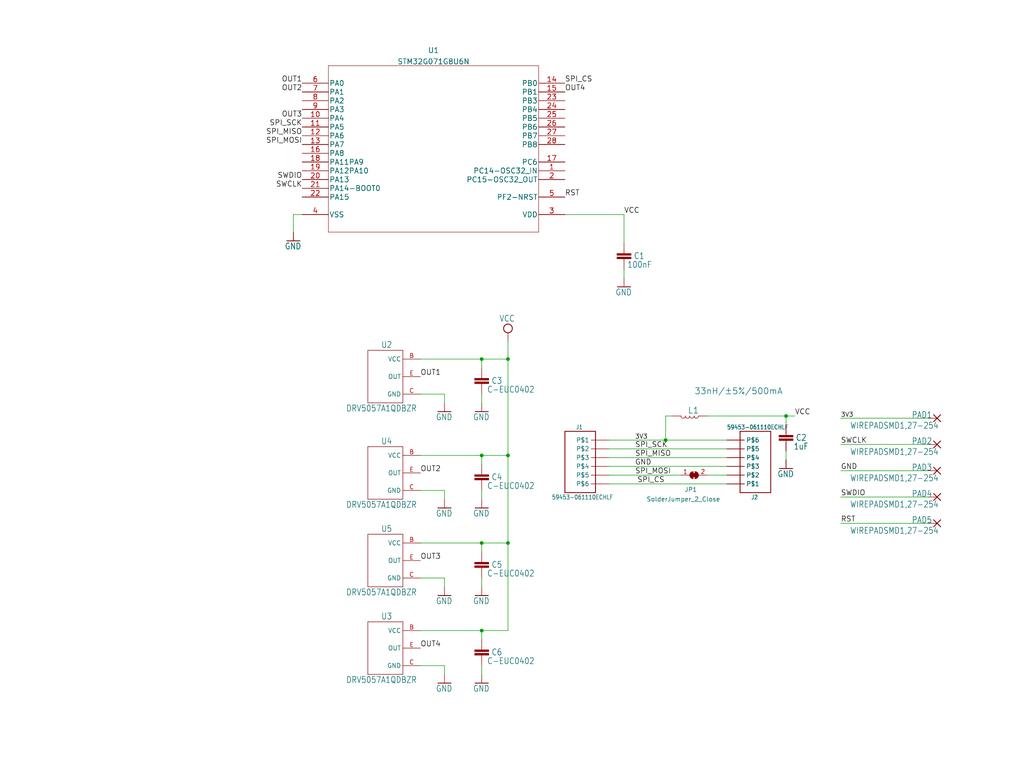
<source format=kicad_sch>
(kicad_sch (version 20210621) (generator eeschema)
  (paper "User" 297.002 222.504)
  (lib_symbols
    (symbol "Jumper:SolderJumper_2_Bridged" (pin_names (offset 0) hide)
      (property "Reference" "JP" (at 0 2.032 0))
      (property "Value" "SolderJumper_2_Bridged" (at 0 -2.54 0))
      (symbol "SolderJumper_2_Bridged_0_1"
        (rectangle (start -0.508 0.508) (end 0.508 -0.508) (fill (type outline)))
        (arc (start -0.254 1.016) (mid -1.27 0) (end -0.254 -1.016))
        (arc (start -0.254 1.016) (mid -1.27 0) (end -0.254 -1.016) (fill (type outline)))
        (polyline (pts (xy -0.254 1.016) (xy -0.254 -1.016)))
        (polyline (pts (xy 0.254 1.016) (xy 0.254 -1.016)))
        (arc (start 0.254 -1.016) (mid 1.27 0) (end 0.254 1.016))
        (arc (start 0.254 -1.016) (mid 1.27 0) (end 0.254 1.016) (fill (type outline)))
      )
      (symbol "SolderJumper_2_Bridged_1_1"
        (pin passive line (at -3.81 0 0) (length 2.54) (name "A") (number "1"))
        (pin passive line (at 3.81 0 180) (length 2.54) (name "B") (number "2"))
      )
    )
    (symbol "Magnetic Finger SMALL Ampherol 28pin-eagle-import:59453-061110ECHLF"
      (property "Value" "59453-061110ECHLF" (at 5.08 -15.24 0))
      (symbol "59453-061110ECHLF_1_0"
        (polyline (pts (xy 3.81 -12.7) (xy 12.7 -12.7)) (stroke (width 0.254)))
        (polyline (pts (xy 3.81 5.08) (xy 3.81 -12.7)) (stroke (width 0.254)))
        (polyline (pts (xy 12.7 -12.7) (xy 12.7 5.08)) (stroke (width 0.254)))
        (polyline (pts (xy 12.7 5.08) (xy 3.81 5.08)) (stroke (width 0.254)))
        (pin bidirectional line (at 0 2.54 0) (length 5.08) (name "P$1") (number "P$1"))
        (pin bidirectional line (at 0 0 0) (length 5.08) (name "P$2") (number "P$2"))
        (pin bidirectional line (at 0 -2.54 0) (length 5.08) (name "P$3") (number "P$3"))
        (pin bidirectional line (at 0 -5.08 0) (length 5.08) (name "P$4") (number "P$4"))
        (pin bidirectional line (at 0 -7.62 0) (length 5.08) (name "P$5") (number "P$5"))
        (pin bidirectional line (at 0 -10.16 0) (length 5.08) (name "P$6") (number "P$6"))
      )
    )
    (symbol "Magnetic Finger SMALL Ampherol 28pin-eagle-import:C-EUC0402"
      (property "Reference" "C" (at 1.524 0.381 0))
      (property "Value" "C-EUC0402" (at 1.524 -4.699 0))
      (symbol "C-EUC0402_1_0"
        (rectangle (start -2.032 -2.032) (end 2.032 -1.524) (fill (type outline)))
        (rectangle (start -2.032 -1.016) (end 2.032 -0.508) (fill (type outline)))
        (polyline (pts (xy 0 -2.54) (xy 0 -2.032)) (stroke (width 0.1524)))
        (polyline (pts (xy 0 0) (xy 0 -0.508)) (stroke (width 0.1524)))
        (pin passive line (at 0 2.54 270) (length 2.54) (name "1") (number "1"))
        (pin passive line (at 0 -5.08 90) (length 2.54) (name "2") (number "2"))
      )
    )
    (symbol "Magnetic Finger SMALL Ampherol 28pin-eagle-import:DRV5057A1QDBZR"
      (property "Reference" "U" (at -5.08 8.89 0))
      (property "Value" "DRV5057A1QDBZR" (at -5.08 -10.16 0))
      (symbol "DRV5057A1QDBZR_1_0"
        (polyline (pts (xy -5.08 -7.62) (xy -5.08 7.62)) (stroke (width 0.1524)))
        (polyline (pts (xy -5.08 7.62) (xy 5.08 7.62)) (stroke (width 0.1524)))
        (polyline (pts (xy 5.08 -7.62) (xy -5.08 -7.62)) (stroke (width 0.1524)))
        (polyline (pts (xy 5.08 7.62) (xy 5.08 -7.62)) (stroke (width 0.1524)))
        (pin power_in line (at 10.16 5.08 180) (length 5.08) (name "VCC") (number "B"))
        (pin power_in line (at 10.16 -5.08 180) (length 5.08) (name "GND") (number "C"))
        (pin output line (at 10.16 0 180) (length 5.08) (name "OUT") (number "E"))
      )
    )
    (symbol "Magnetic Finger SMALL Ampherol 28pin-eagle-import:GND" (power)
      (property "Value" "GND" (at -2.54 -2.54 0))
      (symbol "GND_1_0"
        (polyline (pts (xy -1.905 0) (xy 1.905 0)) (stroke (width 0.254)))
        (pin power_in line (at 0 2.54 270) (length 2.54) (name "GND") (number "1"))
      )
    )
    (symbol "Magnetic Finger SMALL Ampherol 28pin-eagle-import:INDUCTOR-0603-33NH"
      (property "Reference" "L" (at 1.27 2.54 0))
      (property "Value" "INDUCTOR-0603-33NH" (at 1.27 -2.54 0))
      (symbol "INDUCTOR-0603-33NH_1_0"
        (arc (start 0 -2.54) (mid 0.635 -1.905) (end 0 -1.27) (stroke (width 0.1524)))
        (arc (start 0 -1.27) (mid 0.635 -0.635) (end 0 0) (stroke (width 0.1524)))
        (arc (start 0 0) (mid 0.635 0.635) (end 0 1.27) (stroke (width 0.1524)))
        (arc (start 0 1.27) (mid 0.635 1.905) (end 0 2.54) (stroke (width 0.1524)))
        (pin passive line (at 0 5.08 270) (length 2.54) (name "1") (number "1"))
        (pin passive line (at 0 -5.08 90) (length 2.54) (name "2") (number "2"))
      )
    )
    (symbol "Magnetic Finger SMALL Ampherol 28pin-eagle-import:VCC" (power)
      (property "Value" "VCC" (at -1.905 3.175 0))
      (symbol "VCC_1_0"
        (circle (center 0 1.27) (radius 1.27) (stroke (width 0.254)) (stroke (width 0.254)))
        (pin power_in line (at 0 -2.54 90) (length 2.54) (name "VCC") (number "1"))
      )
    )
    (symbol "Magnetic Finger SMALL Ampherol 28pin-eagle-import:WIREPADSMD1,27-254"
      (property "Reference" "PAD" (at -1.143 1.8542 0))
      (property "Value" "WIREPADSMD1,27-254" (at -1.143 -3.302 0))
      (symbol "WIREPADSMD1,27-254_1_0"
        (polyline (pts (xy -1.016 -1.016) (xy 1.016 1.016)) (stroke (width 0.254)))
        (polyline (pts (xy -1.016 1.016) (xy 1.016 -1.016)) (stroke (width 0.254)))
        (pin passive line (at 2.54 0 180) (length 2.54) (name "P") (number "1"))
      )
    )
    (symbol "STM32G071G8U6N:STM32G071G8U6N" (pin_names (offset 0.254))
      (property "Reference" "U" (at 38.1 10.16 0))
      (property "Value" "STM32G071G8U6N" (at 38.1 7.62 0))
      (symbol "STM32G071G8U6N_1_1"
        (polyline (pts (xy 7.62 -43.18) (xy 68.58 -43.18)) (stroke (width 0.127)))
        (polyline (pts (xy 7.62 5.08) (xy 7.62 -43.18)) (stroke (width 0.127)))
        (polyline (pts (xy 68.58 -43.18) (xy 68.58 5.08)) (stroke (width 0.127)))
        (polyline (pts (xy 68.58 5.08) (xy 7.62 5.08)) (stroke (width 0.127)))
        (pin bidirectional line (at 76.2 -25.4 180) (length 7.62) (name "PC14-OSC32_IN") (number "1"))
        (pin bidirectional line (at 0 -10.16 0) (length 7.62) (name "PA4") (number "10"))
        (pin bidirectional line (at 0 -12.7 0) (length 7.62) (name "PA5") (number "11"))
        (pin bidirectional line (at 0 -15.24 0) (length 7.62) (name "PA6") (number "12"))
        (pin bidirectional line (at 0 -17.78 0) (length 7.62) (name "PA7") (number "13"))
        (pin bidirectional line (at 76.2 0 180) (length 7.62) (name "PB0") (number "14"))
        (pin bidirectional line (at 76.2 -2.54 180) (length 7.62) (name "PB1") (number "15"))
        (pin bidirectional line (at 0 -20.32 0) (length 7.62) (name "PA8") (number "16"))
        (pin bidirectional line (at 76.2 -22.86 180) (length 7.62) (name "PC6") (number "17"))
        (pin bidirectional line (at 0 -22.86 0) (length 7.62) (name "PA11PA9") (number "18"))
        (pin bidirectional line (at 0 -25.4 0) (length 7.62) (name "PA12PA10") (number "19"))
        (pin bidirectional line (at 76.2 -27.94 180) (length 7.62) (name "PC15-OSC32_OUT") (number "2"))
        (pin bidirectional line (at 0 -27.94 0) (length 7.62) (name "PA13") (number "20"))
        (pin bidirectional line (at 0 -30.48 0) (length 7.62) (name "PA14-BOOT0") (number "21"))
        (pin bidirectional line (at 0 -33.02 0) (length 7.62) (name "PA15") (number "22"))
        (pin bidirectional line (at 76.2 -5.08 180) (length 7.62) (name "PB3") (number "23"))
        (pin bidirectional line (at 76.2 -7.62 180) (length 7.62) (name "PB4") (number "24"))
        (pin bidirectional line (at 76.2 -10.16 180) (length 7.62) (name "PB5") (number "25"))
        (pin bidirectional line (at 76.2 -12.7 180) (length 7.62) (name "PB6") (number "26"))
        (pin bidirectional line (at 76.2 -15.24 180) (length 7.62) (name "PB7") (number "27"))
        (pin bidirectional line (at 76.2 -17.78 180) (length 7.62) (name "PB8") (number "28"))
        (pin power_in line (at 76.2 -38.1 180) (length 7.62) (name "VDD") (number "3"))
        (pin power_in line (at 0 -38.1 0) (length 7.62) (name "VSS") (number "4"))
        (pin bidirectional line (at 76.2 -33.02 180) (length 7.62) (name "PF2-NRST") (number "5"))
        (pin bidirectional line (at 0 0 0) (length 7.62) (name "PA0") (number "6"))
        (pin bidirectional line (at 0 -2.54 0) (length 7.62) (name "PA1") (number "7"))
        (pin bidirectional line (at 0 -5.08 0) (length 7.62) (name "PA2") (number "8"))
        (pin bidirectional line (at 0 -7.62 0) (length 7.62) (name "PA3") (number "9"))
      )
    )
  )
  (junction (at 139.7 104.14))
  (junction (at 139.7 132.08))
  (junction (at 139.7 157.48))
  (junction (at 139.7 182.88))
  (junction (at 147.32 104.14))
  (junction (at 147.32 132.08))
  (junction (at 147.32 157.48))
  (junction (at 193.04 127.635))
  (junction (at 227.965 120.65))
  (wire (pts (xy 85.09 62.23) (xy 85.09 67.31)))
  (wire (pts (xy 87.63 62.23) (xy 85.09 62.23)))
  (wire (pts (xy 121.92 104.14) (xy 139.7 104.14)))
  (wire (pts (xy 121.92 114.3) (xy 128.905 114.3)))
  (wire (pts (xy 121.92 142.24) (xy 128.905 142.24)))
  (wire (pts (xy 121.92 167.64) (xy 128.905 167.64)))
  (wire (pts (xy 121.92 193.04) (xy 128.905 193.04)))
  (wire (pts (xy 128.905 114.3) (xy 128.905 116.84)))
  (wire (pts (xy 128.905 142.24) (xy 128.905 144.78)))
  (wire (pts (xy 128.905 167.64) (xy 128.905 170.18)))
  (wire (pts (xy 128.905 193.04) (xy 128.905 195.58)))
  (wire (pts (xy 139.7 104.14) (xy 139.7 106.68)))
  (wire (pts (xy 139.7 104.14) (xy 147.32 104.14)))
  (wire (pts (xy 139.7 114.3) (xy 139.7 116.84)))
  (wire (pts (xy 139.7 132.08) (xy 121.92 132.08)))
  (wire (pts (xy 139.7 132.08) (xy 139.7 134.62)))
  (wire (pts (xy 139.7 142.24) (xy 139.7 144.78)))
  (wire (pts (xy 139.7 157.48) (xy 121.92 157.48)))
  (wire (pts (xy 139.7 157.48) (xy 139.7 160.02)))
  (wire (pts (xy 139.7 167.64) (xy 139.7 170.18)))
  (wire (pts (xy 139.7 182.88) (xy 121.92 182.88)))
  (wire (pts (xy 139.7 182.88) (xy 139.7 185.42)))
  (wire (pts (xy 139.7 195.58) (xy 139.7 193.04)))
  (wire (pts (xy 147.32 104.14) (xy 147.32 99.06)))
  (wire (pts (xy 147.32 104.14) (xy 147.32 132.08)))
  (wire (pts (xy 147.32 132.08) (xy 139.7 132.08)))
  (wire (pts (xy 147.32 132.08) (xy 147.32 157.48)))
  (wire (pts (xy 147.32 157.48) (xy 139.7 157.48)))
  (wire (pts (xy 147.32 157.48) (xy 147.32 182.88)))
  (wire (pts (xy 147.32 182.88) (xy 139.7 182.88)))
  (wire (pts (xy 176.53 127.635) (xy 193.04 127.635)))
  (wire (pts (xy 176.53 130.175) (xy 210.82 130.175)))
  (wire (pts (xy 176.53 135.255) (xy 210.82 135.255)))
  (wire (pts (xy 176.53 140.335) (xy 210.82 140.335)))
  (wire (pts (xy 180.975 62.23) (xy 163.83 62.23)))
  (wire (pts (xy 180.975 62.23) (xy 180.975 70.485)))
  (wire (pts (xy 180.975 80.645) (xy 180.975 78.105)))
  (wire (pts (xy 193.04 120.65) (xy 193.04 127.635)))
  (wire (pts (xy 193.04 120.65) (xy 194.945 120.65)))
  (wire (pts (xy 193.04 127.635) (xy 210.82 127.635)))
  (wire (pts (xy 197.485 137.795) (xy 176.53 137.795)))
  (wire (pts (xy 205.105 120.65) (xy 227.965 120.65)))
  (wire (pts (xy 210.82 132.715) (xy 176.53 132.715)))
  (wire (pts (xy 210.82 137.795) (xy 205.105 137.795)))
  (wire (pts (xy 227.965 120.65) (xy 230.505 120.65)))
  (wire (pts (xy 227.965 123.19) (xy 227.965 120.65)))
  (wire (pts (xy 227.965 133.35) (xy 227.965 130.81)))
  (wire (pts (xy 269.24 121.285) (xy 243.84 121.285)))
  (wire (pts (xy 269.24 128.905) (xy 243.84 128.905)))
  (wire (pts (xy 269.24 136.525) (xy 243.84 136.525)))
  (wire (pts (xy 269.24 144.145) (xy 243.84 144.145)))
  (wire (pts (xy 269.24 151.765) (xy 243.84 151.765)))
  (label "OUT1" (at 87.63 24.13 180) (effects (font (size 1.5113 1.5113))))
  (label "OUT2" (at 87.63 26.67 180) (effects (font (size 1.5113 1.5113))))
  (label "OUT3" (at 87.63 34.29 180) (effects (font (size 1.5113 1.5113))))
  (label "SPI_SCK" (at 87.63 36.83 180) (effects (font (size 1.5113 1.5113))))
  (label "SPI_MISO" (at 87.63 39.37 180) (effects (font (size 1.5113 1.5113))))
  (label "SPI_MOSI" (at 87.63 41.91 180) (effects (font (size 1.5113 1.5113))))
  (label "SWDIO" (at 87.63 52.07 180) (effects (font (size 1.5113 1.5113))))
  (label "SWCLK" (at 87.63 54.61 180) (effects (font (size 1.5113 1.5113))))
  (label "OUT1" (at 121.92 109.22 0) (effects (font (size 1.5113 1.5113))))
  (label "OUT2" (at 121.92 137.16 0) (effects (font (size 1.5113 1.5113))))
  (label "OUT3" (at 121.92 162.56 0) (effects (font (size 1.5113 1.5113))))
  (label "OUT4" (at 121.92 187.96 0) (effects (font (size 1.5113 1.5113))))
  (label "SPI_CS" (at 163.83 24.13 0) (effects (font (size 1.5113 1.5113))))
  (label "OUT4" (at 163.83 26.67 0) (effects (font (size 1.5113 1.5113))))
  (label "RST" (at 163.83 57.15 0) (effects (font (size 1.5113 1.5113))))
  (label "VCC" (at 180.975 62.23 0) (effects (font (size 1.5113 1.5113))))
  (label "3V3" (at 184.15 127.635 0))
  (label "SPI_SCK" (at 184.15 130.175 0) (effects (font (size 1.5113 1.5113))))
  (label "SPI_MISO" (at 184.15 132.715 0) (effects (font (size 1.5113 1.5113))))
  (label "GND" (at 184.15 135.255 0) (effects (font (size 1.5113 1.5113))))
  (label "SPI_MOSI" (at 184.15 137.795 0) (effects (font (size 1.5113 1.5113))))
  (label "SPI_CS" (at 184.785 140.335 0) (effects (font (size 1.5113 1.5113))))
  (label "VCC" (at 230.505 120.65 0) (effects (font (size 1.5113 1.5113))))
  (label "3V3" (at 243.84 121.285 0))
  (label "SWCLK" (at 243.84 128.905 0) (effects (font (size 1.5113 1.5113))))
  (label "GND" (at 243.84 136.525 0) (effects (font (size 1.5113 1.5113))))
  (label "SWDIO" (at 243.84 144.145 0) (effects (font (size 1.5113 1.5113))))
  (label "RST" (at 243.84 151.765 0) (effects (font (size 1.5113 1.5113))))
  (symbol (lib_id "Magnetic Finger SMALL Ampherol 28pin-eagle-import:WIREPADSMD1,27-254") (at 271.78 121.285 180) (unit 1)
    (property "Reference" "PAD1" (at 270.383 119.3292 0) (effects (font (size 1.778 1.5113)) (justify left bottom)))
    (property "Value" "WIREPADSMD1,27-254" (at 272.288 122.428 0) (effects (font (size 1.778 1.5113)) (justify left bottom)))
    (property "Footprint" "TACTILE_28UFQFPN_SPI_v2.0:SMD1,27-2,54" (effects hide))
  )
  (symbol (lib_id "Magnetic Finger SMALL Ampherol 28pin-eagle-import:WIREPADSMD1,27-254") (at 271.78 128.905 180) (unit 1)
    (property "Reference" "PAD2" (at 270.383 126.9492 0) (effects (font (size 1.778 1.5113)) (justify left bottom)))
    (property "Value" "WIREPADSMD1,27-254" (at 272.288 130.048 0) (effects (font (size 1.778 1.5113)) (justify left bottom)))
    (property "Footprint" "TACTILE_28UFQFPN_SPI_v2.0:SMD1,27-2,54" (effects hide))
  )
  (symbol (lib_id "Magnetic Finger SMALL Ampherol 28pin-eagle-import:WIREPADSMD1,27-254") (at 271.78 136.525 180) (unit 1)
    (property "Reference" "PAD3" (at 270.383 134.5692 0) (effects (font (size 1.778 1.5113)) (justify left bottom)))
    (property "Value" "WIREPADSMD1,27-254" (at 272.288 137.668 0) (effects (font (size 1.778 1.5113)) (justify left bottom)))
    (property "Footprint" "TACTILE_28UFQFPN_SPI_v2.0:SMD1,27-2,54" (effects hide))
  )
  (symbol (lib_id "Magnetic Finger SMALL Ampherol 28pin-eagle-import:WIREPADSMD1,27-254") (at 271.78 144.145 180) (unit 1)
    (property "Reference" "PAD4" (at 270.383 142.1892 0) (effects (font (size 1.778 1.5113)) (justify left bottom)))
    (property "Value" "WIREPADSMD1,27-254" (at 272.288 145.288 0) (effects (font (size 1.778 1.5113)) (justify left bottom)))
    (property "Footprint" "TACTILE_28UFQFPN_SPI_v2.0:SMD1,27-2,54" (effects hide))
  )
  (symbol (lib_id "Magnetic Finger SMALL Ampherol 28pin-eagle-import:WIREPADSMD1,27-254") (at 271.78 151.765 180) (unit 1)
    (property "Reference" "PAD5" (at 270.383 149.8092 0) (effects (font (size 1.778 1.5113)) (justify left bottom)))
    (property "Value" "WIREPADSMD1,27-254" (at 272.288 152.908 0) (effects (font (size 1.778 1.5113)) (justify left bottom)))
    (property "Footprint" "TACTILE_28UFQFPN_SPI_v2.0:SMD1,27-2,54" (effects hide))
  )
  (symbol (lib_id "Magnetic Finger SMALL Ampherol 28pin-eagle-import:GND") (at 85.09 69.85 0) (unit 1)
    (property "Reference" "#GND013" (effects hide))
    (property "Value" "GND" (at 82.55 72.39 0) (effects (font (size 1.778 1.5113)) (justify left bottom)))
  )
  (symbol (lib_id "Magnetic Finger SMALL Ampherol 28pin-eagle-import:GND") (at 128.905 119.38 0) (unit 1)
    (property "Reference" "#GND011" (effects hide))
    (property "Value" "GND" (at 126.365 121.92 0) (effects (font (size 1.778 1.5113)) (justify left bottom)))
  )
  (symbol (lib_id "Magnetic Finger SMALL Ampherol 28pin-eagle-import:GND") (at 128.905 147.32 0) (unit 1)
    (property "Reference" "#GND09" (effects hide))
    (property "Value" "GND" (at 126.365 149.86 0) (effects (font (size 1.778 1.5113)) (justify left bottom)))
  )
  (symbol (lib_id "Magnetic Finger SMALL Ampherol 28pin-eagle-import:GND") (at 128.905 172.72 0) (unit 1)
    (property "Reference" "#GND07" (effects hide))
    (property "Value" "GND" (at 126.365 175.26 0) (effects (font (size 1.778 1.5113)) (justify left bottom)))
  )
  (symbol (lib_id "Magnetic Finger SMALL Ampherol 28pin-eagle-import:GND") (at 128.905 198.12 0) (unit 1)
    (property "Reference" "#GND04" (effects hide))
    (property "Value" "GND" (at 126.365 200.66 0) (effects (font (size 1.778 1.5113)) (justify left bottom)))
  )
  (symbol (lib_id "Magnetic Finger SMALL Ampherol 28pin-eagle-import:GND") (at 139.7 119.38 0) (unit 1)
    (property "Reference" "#GND010" (effects hide))
    (property "Value" "GND" (at 137.16 121.92 0) (effects (font (size 1.778 1.5113)) (justify left bottom)))
  )
  (symbol (lib_id "Magnetic Finger SMALL Ampherol 28pin-eagle-import:GND") (at 139.7 147.32 0) (unit 1)
    (property "Reference" "#GND08" (effects hide))
    (property "Value" "GND" (at 137.16 149.86 0) (effects (font (size 1.778 1.5113)) (justify left bottom)))
  )
  (symbol (lib_id "Magnetic Finger SMALL Ampherol 28pin-eagle-import:GND") (at 139.7 172.72 0) (unit 1)
    (property "Reference" "#GND06" (effects hide))
    (property "Value" "GND" (at 137.16 175.26 0) (effects (font (size 1.778 1.5113)) (justify left bottom)))
  )
  (symbol (lib_id "Magnetic Finger SMALL Ampherol 28pin-eagle-import:GND") (at 139.7 198.12 0) (unit 1)
    (property "Reference" "#GND05" (effects hide))
    (property "Value" "GND" (at 137.16 200.66 0) (effects (font (size 1.778 1.5113)) (justify left bottom)))
  )
  (symbol (lib_id "Magnetic Finger SMALL Ampherol 28pin-eagle-import:GND") (at 180.975 83.185 0) (unit 1)
    (property "Reference" "#GND02" (effects hide))
    (property "Value" "GND" (at 178.435 85.725 0) (effects (font (size 1.778 1.5113)) (justify left bottom)))
  )
  (symbol (lib_id "Magnetic Finger SMALL Ampherol 28pin-eagle-import:GND") (at 227.965 135.89 0) (unit 1)
    (property "Reference" "#GND03" (effects hide))
    (property "Value" "GND" (at 225.425 138.43 0) (effects (font (size 1.778 1.5113)) (justify left bottom)))
  )
  (symbol (lib_id "Magnetic Finger SMALL Ampherol 28pin-eagle-import:INDUCTOR-0603-33NH") (at 200.025 120.65 270) (unit 1)
    (property "Reference" "L1" (at 199.39 120.015 90) (effects (font (size 1.778 1.778)) (justify left bottom)))
    (property "Value" "33nH/±5%/500mA" (at 201.295 112.395 90) (effects (font (size 1.778 1.778)) (justify left top)))
    (property "Footprint" "Inductor_SMD:L_0603_1608Metric_Pad1.05x0.95mm_HandSolder" (effects hide))
  )
  (symbol (lib_id "Magnetic Finger SMALL Ampherol 28pin-eagle-import:VCC") (at 147.32 96.52 0) (unit 1)
    (property "Reference" "#SUPPLY02" (effects hide))
    (property "Value" "VCC" (at 144.78 93.345 0) (effects (font (size 1.778 1.5113)) (justify left bottom)))
  )
  (symbol (lib_id "Jumper:SolderJumper_2_Bridged") (at 201.295 137.795 0) (unit 1)
    (property "Reference" "JP1" (at 202.2035 141.9861 0) (effects (justify right)))
    (property "Value" "SolderJumper_2_Close" (at 208.915 144.78 0) (effects (justify right)))
    (property "Footprint" "footprints:SolderJumper-2_P1.3mm_Bridged_Pad1.0x1.5mm" (effects hide))
  )
  (symbol (lib_id "Magnetic Finger SMALL Ampherol 28pin-eagle-import:C-EUC0402") (at 139.7 109.22 0) (unit 1)
    (property "Reference" "C3" (at 142.494 111.379 0) (effects (font (size 1.778 1.5113)) (justify left bottom)))
    (property "Value" "C-EUC0402" (at 141.224 113.919 0) (effects (font (size 1.778 1.5113)) (justify left bottom)))
    (property "Footprint" "Capacitor_SMD:C_0402_1005Metric_Pad0.74x0.62mm_HandSolder" (effects hide))
  )
  (symbol (lib_id "Magnetic Finger SMALL Ampherol 28pin-eagle-import:C-EUC0402") (at 139.7 137.16 0) (unit 1)
    (property "Reference" "C4" (at 142.494 139.319 0) (effects (font (size 1.778 1.5113)) (justify left bottom)))
    (property "Value" "C-EUC0402" (at 141.224 141.859 0) (effects (font (size 1.778 1.5113)) (justify left bottom)))
    (property "Footprint" "Capacitor_SMD:C_0402_1005Metric_Pad0.74x0.62mm_HandSolder" (effects hide))
  )
  (symbol (lib_id "Magnetic Finger SMALL Ampherol 28pin-eagle-import:C-EUC0402") (at 139.7 162.56 0) (unit 1)
    (property "Reference" "C5" (at 142.494 164.719 0) (effects (font (size 1.778 1.5113)) (justify left bottom)))
    (property "Value" "C-EUC0402" (at 141.224 167.259 0) (effects (font (size 1.778 1.5113)) (justify left bottom)))
    (property "Footprint" "Capacitor_SMD:C_0402_1005Metric_Pad0.74x0.62mm_HandSolder" (effects hide))
  )
  (symbol (lib_id "Magnetic Finger SMALL Ampherol 28pin-eagle-import:C-EUC0402") (at 139.7 187.96 0) (unit 1)
    (property "Reference" "C6" (at 142.494 190.119 0) (effects (font (size 1.778 1.5113)) (justify left bottom)))
    (property "Value" "C-EUC0402" (at 141.224 192.659 0) (effects (font (size 1.778 1.5113)) (justify left bottom)))
    (property "Footprint" "Capacitor_SMD:C_0402_1005Metric_Pad0.74x0.62mm_HandSolder" (effects hide))
  )
  (symbol (lib_id "Magnetic Finger SMALL Ampherol 28pin-eagle-import:C-EUC0402") (at 180.975 73.025 0) (unit 1)
    (property "Reference" "C1" (at 183.769 75.184 0) (effects (font (size 1.778 1.5113)) (justify left bottom)))
    (property "Value" "100nF" (at 181.864 77.724 0) (effects (font (size 1.778 1.5113)) (justify left bottom)))
    (property "Footprint" "Capacitor_SMD:C_0402_1005Metric_Pad0.74x0.62mm_HandSolder" (effects hide))
  )
  (symbol (lib_id "Magnetic Finger SMALL Ampherol 28pin-eagle-import:C-EUC0402") (at 227.965 125.73 0) (unit 1)
    (property "Reference" "C2" (at 230.759 127.889 0) (effects (font (size 1.778 1.5113)) (justify left bottom)))
    (property "Value" "1uF" (at 230.124 130.429 0) (effects (font (size 1.778 1.5113)) (justify left bottom)))
    (property "Footprint" "Capacitor_SMD:C_0402_1005Metric_Pad0.74x0.62mm_HandSolder" (effects hide))
  )
  (symbol (lib_id "Magnetic Finger SMALL Ampherol 28pin-eagle-import:59453-061110ECHLF") (at 176.53 130.175 0) (mirror y) (unit 1)
    (property "Reference" "J1" (at 167.005 123.19 0) (effects (font (size 1.27 1.0795)) (justify right top)))
    (property "Value" "59453-061110ECHLF" (at 160.02 143.51 0) (effects (font (size 1.27 1.0795)) (justify right top)))
    (property "Footprint" "TACTILE_28UFQFPN_SPI_v2.0:59453-061110ECHLF" (effects hide))
  )
  (symbol (lib_id "Magnetic Finger SMALL Ampherol 28pin-eagle-import:59453-061110ECHLF") (at 210.82 137.795 0) (mirror x) (unit 1)
    (property "Reference" "J2" (at 217.805 143.51 0) (effects (font (size 1.27 1.0795)) (justify left bottom)))
    (property "Value" "59453-061110ECHLF" (at 210.82 123.19 0) (effects (font (size 1.27 1.0795)) (justify left bottom)))
    (property "Footprint" "TACTILE_28UFQFPN_SPI_v2.0:59453-061110ECHLF" (effects hide))
  )
  (symbol (lib_id "Magnetic Finger SMALL Ampherol 28pin-eagle-import:DRV5057A1QDBZR") (at 111.76 109.22 0) (unit 1)
    (property "Reference" "U2" (at 110.49 100.965 0) (effects (font (size 1.778 1.5113)) (justify left bottom)))
    (property "Value" "DRV5057A1QDBZR" (at 100.33 119.38 0) (effects (font (size 1.778 1.5113)) (justify left bottom)))
    (property "Footprint" "TACTILE_28UFQFPN_SPI_v2.0:SOT23-BEC" (effects hide))
  )
  (symbol (lib_id "Magnetic Finger SMALL Ampherol 28pin-eagle-import:DRV5057A1QDBZR") (at 111.76 137.16 0) (unit 1)
    (property "Reference" "U4" (at 110.49 128.905 0) (effects (font (size 1.778 1.5113)) (justify left bottom)))
    (property "Value" "DRV5057A1QDBZR" (at 100.33 147.32 0) (effects (font (size 1.778 1.5113)) (justify left bottom)))
    (property "Footprint" "TACTILE_28UFQFPN_SPI_v2.0:SOT23-BEC" (effects hide))
  )
  (symbol (lib_id "Magnetic Finger SMALL Ampherol 28pin-eagle-import:DRV5057A1QDBZR") (at 111.76 162.56 0) (unit 1)
    (property "Reference" "U5" (at 110.49 154.305 0) (effects (font (size 1.778 1.5113)) (justify left bottom)))
    (property "Value" "DRV5057A1QDBZR" (at 100.33 172.72 0) (effects (font (size 1.778 1.5113)) (justify left bottom)))
    (property "Footprint" "TACTILE_28UFQFPN_SPI_v2.0:SOT23-BEC" (effects hide))
  )
  (symbol (lib_id "Magnetic Finger SMALL Ampherol 28pin-eagle-import:DRV5057A1QDBZR") (at 111.76 187.96 0) (unit 1)
    (property "Reference" "U3" (at 110.49 179.705 0) (effects (font (size 1.778 1.5113)) (justify left bottom)))
    (property "Value" "DRV5057A1QDBZR" (at 100.33 198.12 0) (effects (font (size 1.778 1.5113)) (justify left bottom)))
    (property "Footprint" "TACTILE_28UFQFPN_SPI_v2.0:SOT23-BEC" (effects hide))
  )
  (symbol (lib_id "STM32G071G8U6N:STM32G071G8U6N") (at 87.63 24.13 0) (unit 1)
    (property "Reference" "U1" (at 125.73 14.5825 0) (effects (font (size 1.524 1.524))))
    (property "Value" "STM32G071G8U6N" (at 125.73 17.8615 0) (effects (font (size 1.524 1.524))))
    (property "Footprint" "STM32G071G8U6N:STM32G071G8U6N" (effects hide))
  )
)
</source>
